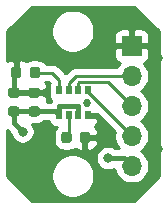
<source format=gbr>
%TF.GenerationSoftware,KiCad,Pcbnew,5.1.7-a382d34a8~87~ubuntu20.04.1*%
%TF.CreationDate,2020-10-01T12:41:17+02:00*%
%TF.ProjectId,reform2-trackball-sensor,7265666f-726d-4322-9d74-7261636b6261,rev?*%
%TF.SameCoordinates,Original*%
%TF.FileFunction,Copper,L1,Top*%
%TF.FilePolarity,Positive*%
%FSLAX46Y46*%
G04 Gerber Fmt 4.6, Leading zero omitted, Abs format (unit mm)*
G04 Created by KiCad (PCBNEW 5.1.7-a382d34a8~87~ubuntu20.04.1) date 2020-10-01 12:41:17*
%MOMM*%
%LPD*%
G01*
G04 APERTURE LIST*
%TA.AperFunction,SMDPad,CuDef*%
%ADD10R,0.500000X0.750000*%
%TD*%
%TA.AperFunction,SMDPad,CuDef*%
%ADD11C,0.690000*%
%TD*%
%TA.AperFunction,ComponentPad*%
%ADD12R,1.700000X1.700000*%
%TD*%
%TA.AperFunction,ComponentPad*%
%ADD13O,1.700000X1.700000*%
%TD*%
%TA.AperFunction,ViaPad*%
%ADD14C,0.800000*%
%TD*%
%TA.AperFunction,Conductor*%
%ADD15C,0.400000*%
%TD*%
%TA.AperFunction,Conductor*%
%ADD16C,0.250000*%
%TD*%
%TA.AperFunction,Conductor*%
%ADD17C,0.254000*%
%TD*%
%TA.AperFunction,Conductor*%
%ADD18C,0.100000*%
%TD*%
G04 APERTURE END LIST*
D10*
X148620000Y-82635000D03*
X149420000Y-82635000D03*
X150220000Y-82635000D03*
X151020000Y-82635000D03*
X151020000Y-80505000D03*
X150220000Y-80505000D03*
X149420000Y-80505000D03*
X148620000Y-80505000D03*
D11*
X150970000Y-81570000D03*
%TA.AperFunction,SMDPad,CuDef*%
G36*
G01*
X146100000Y-79256250D02*
X146100000Y-78743750D01*
G75*
G02*
X146318750Y-78525000I218750J0D01*
G01*
X146756250Y-78525000D01*
G75*
G02*
X146975000Y-78743750I0J-218750D01*
G01*
X146975000Y-79256250D01*
G75*
G02*
X146756250Y-79475000I-218750J0D01*
G01*
X146318750Y-79475000D01*
G75*
G02*
X146100000Y-79256250I0J218750D01*
G01*
G37*
%TD.AperFunction*%
%TA.AperFunction,SMDPad,CuDef*%
G36*
G01*
X144525000Y-79256250D02*
X144525000Y-78743750D01*
G75*
G02*
X144743750Y-78525000I218750J0D01*
G01*
X145181250Y-78525000D01*
G75*
G02*
X145400000Y-78743750I0J-218750D01*
G01*
X145400000Y-79256250D01*
G75*
G02*
X145181250Y-79475000I-218750J0D01*
G01*
X144743750Y-79475000D01*
G75*
G02*
X144525000Y-79256250I0J218750D01*
G01*
G37*
%TD.AperFunction*%
%TA.AperFunction,SMDPad,CuDef*%
G36*
G01*
X150350000Y-84756250D02*
X150350000Y-84243750D01*
G75*
G02*
X150568750Y-84025000I218750J0D01*
G01*
X151006250Y-84025000D01*
G75*
G02*
X151225000Y-84243750I0J-218750D01*
G01*
X151225000Y-84756250D01*
G75*
G02*
X151006250Y-84975000I-218750J0D01*
G01*
X150568750Y-84975000D01*
G75*
G02*
X150350000Y-84756250I0J218750D01*
G01*
G37*
%TD.AperFunction*%
%TA.AperFunction,SMDPad,CuDef*%
G36*
G01*
X148775000Y-84756250D02*
X148775000Y-84243750D01*
G75*
G02*
X148993750Y-84025000I218750J0D01*
G01*
X149431250Y-84025000D01*
G75*
G02*
X149650000Y-84243750I0J-218750D01*
G01*
X149650000Y-84756250D01*
G75*
G02*
X149431250Y-84975000I-218750J0D01*
G01*
X148993750Y-84975000D01*
G75*
G02*
X148775000Y-84756250I0J218750D01*
G01*
G37*
%TD.AperFunction*%
%TA.AperFunction,SMDPad,CuDef*%
G36*
G01*
X145006250Y-81150000D02*
X144493750Y-81150000D01*
G75*
G02*
X144275000Y-80931250I0J218750D01*
G01*
X144275000Y-80493750D01*
G75*
G02*
X144493750Y-80275000I218750J0D01*
G01*
X145006250Y-80275000D01*
G75*
G02*
X145225000Y-80493750I0J-218750D01*
G01*
X145225000Y-80931250D01*
G75*
G02*
X145006250Y-81150000I-218750J0D01*
G01*
G37*
%TD.AperFunction*%
%TA.AperFunction,SMDPad,CuDef*%
G36*
G01*
X145006250Y-82725000D02*
X144493750Y-82725000D01*
G75*
G02*
X144275000Y-82506250I0J218750D01*
G01*
X144275000Y-82068750D01*
G75*
G02*
X144493750Y-81850000I218750J0D01*
G01*
X145006250Y-81850000D01*
G75*
G02*
X145225000Y-82068750I0J-218750D01*
G01*
X145225000Y-82506250D01*
G75*
G02*
X145006250Y-82725000I-218750J0D01*
G01*
G37*
%TD.AperFunction*%
%TA.AperFunction,SMDPad,CuDef*%
G36*
G01*
X146756250Y-81150000D02*
X146243750Y-81150000D01*
G75*
G02*
X146025000Y-80931250I0J218750D01*
G01*
X146025000Y-80493750D01*
G75*
G02*
X146243750Y-80275000I218750J0D01*
G01*
X146756250Y-80275000D01*
G75*
G02*
X146975000Y-80493750I0J-218750D01*
G01*
X146975000Y-80931250D01*
G75*
G02*
X146756250Y-81150000I-218750J0D01*
G01*
G37*
%TD.AperFunction*%
%TA.AperFunction,SMDPad,CuDef*%
G36*
G01*
X146756250Y-82725000D02*
X146243750Y-82725000D01*
G75*
G02*
X146025000Y-82506250I0J218750D01*
G01*
X146025000Y-82068750D01*
G75*
G02*
X146243750Y-81850000I218750J0D01*
G01*
X146756250Y-81850000D01*
G75*
G02*
X146975000Y-82068750I0J-218750D01*
G01*
X146975000Y-82506250D01*
G75*
G02*
X146756250Y-82725000I-218750J0D01*
G01*
G37*
%TD.AperFunction*%
D12*
X154750000Y-76750000D03*
D13*
X154750000Y-79290000D03*
X154750000Y-81830000D03*
X154750000Y-84370000D03*
X154750000Y-86910000D03*
D14*
X147500000Y-80750000D03*
X157000000Y-77750000D03*
X157000000Y-85500000D03*
X144750000Y-85500000D03*
X144750000Y-77750000D03*
X145500000Y-84000000D03*
X152750000Y-86250000D03*
D15*
X144750000Y-80712500D02*
X146500000Y-80712500D01*
X146500000Y-80712500D02*
X147462500Y-80712500D01*
X147462500Y-80712500D02*
X147500000Y-80750000D01*
X144750000Y-79212500D02*
X144962500Y-79000000D01*
X144750000Y-80712500D02*
X144750000Y-79212500D01*
X150220000Y-81860000D02*
X150220000Y-82635000D01*
X150169999Y-81809999D02*
X150220000Y-81860000D01*
X148670001Y-81809999D02*
X150169999Y-81809999D01*
X148620000Y-81860000D02*
X148670001Y-81809999D01*
X148620000Y-82635000D02*
X148620000Y-81860000D01*
X146500000Y-82287500D02*
X148272500Y-82287500D01*
X148272500Y-82287500D02*
X148620000Y-82635000D01*
X146500000Y-82287500D02*
X144750000Y-82287500D01*
X144750000Y-83250000D02*
X145500000Y-84000000D01*
X144750000Y-82287500D02*
X144750000Y-83250000D01*
X154090000Y-86250000D02*
X154750000Y-86910000D01*
X152750000Y-86250000D02*
X154090000Y-86250000D01*
D16*
X149420000Y-84292500D02*
X149420000Y-82635000D01*
X149212500Y-84500000D02*
X149420000Y-84292500D01*
X149420000Y-79880000D02*
X150010000Y-79290000D01*
X150010000Y-79290000D02*
X154750000Y-79290000D01*
X149420000Y-80505000D02*
X149420000Y-79880000D01*
X150295001Y-79804999D02*
X152724999Y-79804999D01*
X152724999Y-79804999D02*
X154750000Y-81830000D01*
X150220000Y-79880000D02*
X150295001Y-79804999D01*
X150220000Y-80505000D02*
X150220000Y-79880000D01*
X151020000Y-80640000D02*
X154750000Y-84370000D01*
X151020000Y-80505000D02*
X151020000Y-80640000D01*
X148620000Y-79620000D02*
X148620000Y-80505000D01*
X146537500Y-79000000D02*
X148000000Y-79000000D01*
X148000000Y-79000000D02*
X148620000Y-79620000D01*
D17*
X157090001Y-75523382D02*
X157090000Y-87726619D01*
X154976620Y-89840000D01*
X146273381Y-89840000D01*
X144160000Y-87726620D01*
X144160000Y-87569268D01*
X147915000Y-87569268D01*
X147915000Y-87930732D01*
X147985518Y-88285250D01*
X148123844Y-88619199D01*
X148324662Y-88919744D01*
X148580256Y-89175338D01*
X148880801Y-89376156D01*
X149214750Y-89514482D01*
X149569268Y-89585000D01*
X149930732Y-89585000D01*
X150285250Y-89514482D01*
X150619199Y-89376156D01*
X150919744Y-89175338D01*
X151175338Y-88919744D01*
X151376156Y-88619199D01*
X151514482Y-88285250D01*
X151585000Y-87930732D01*
X151585000Y-87569268D01*
X151514482Y-87214750D01*
X151376156Y-86880801D01*
X151175338Y-86580256D01*
X150919744Y-86324662D01*
X150619199Y-86123844D01*
X150285250Y-85985518D01*
X149930732Y-85915000D01*
X149569268Y-85915000D01*
X149214750Y-85985518D01*
X148880801Y-86123844D01*
X148580256Y-86324662D01*
X148324662Y-86580256D01*
X148123844Y-86880801D01*
X147985518Y-87214750D01*
X147915000Y-87569268D01*
X144160000Y-87569268D01*
X144160000Y-83845991D01*
X144188574Y-83869441D01*
X144475907Y-84156775D01*
X144504774Y-84301898D01*
X144582795Y-84490256D01*
X144696063Y-84659774D01*
X144840226Y-84803937D01*
X145009744Y-84917205D01*
X145198102Y-84995226D01*
X145398061Y-85035000D01*
X145601939Y-85035000D01*
X145801898Y-84995226D01*
X145990256Y-84917205D01*
X146159774Y-84803937D01*
X146303937Y-84659774D01*
X146417205Y-84490256D01*
X146495226Y-84301898D01*
X146535000Y-84101939D01*
X146535000Y-83898061D01*
X146495226Y-83698102D01*
X146417205Y-83509744D01*
X146319202Y-83363072D01*
X146756250Y-83363072D01*
X146923408Y-83346608D01*
X147084142Y-83297850D01*
X147232275Y-83218671D01*
X147349461Y-83122500D01*
X147743008Y-83122500D01*
X147744188Y-83134482D01*
X147780498Y-83254180D01*
X147839463Y-83364494D01*
X147918815Y-83461185D01*
X148015506Y-83540537D01*
X148125820Y-83599502D01*
X148245518Y-83635812D01*
X148370000Y-83648072D01*
X148379525Y-83648072D01*
X148281329Y-83767725D01*
X148202150Y-83915858D01*
X148153392Y-84076592D01*
X148136928Y-84243750D01*
X148136928Y-84756250D01*
X148153392Y-84923408D01*
X148202150Y-85084142D01*
X148281329Y-85232275D01*
X148387885Y-85362115D01*
X148517725Y-85468671D01*
X148665858Y-85547850D01*
X148826592Y-85596608D01*
X148993750Y-85613072D01*
X149431250Y-85613072D01*
X149598408Y-85596608D01*
X149759142Y-85547850D01*
X149907275Y-85468671D01*
X149928930Y-85450900D01*
X149995506Y-85505537D01*
X150105820Y-85564502D01*
X150225518Y-85600812D01*
X150350000Y-85613072D01*
X150501750Y-85610000D01*
X150660500Y-85451250D01*
X150660500Y-84627000D01*
X150914500Y-84627000D01*
X150914500Y-85451250D01*
X151073250Y-85610000D01*
X151225000Y-85613072D01*
X151349482Y-85600812D01*
X151469180Y-85564502D01*
X151579494Y-85505537D01*
X151676185Y-85426185D01*
X151755537Y-85329494D01*
X151814502Y-85219180D01*
X151850812Y-85099482D01*
X151863072Y-84975000D01*
X151860000Y-84785750D01*
X151701250Y-84627000D01*
X150914500Y-84627000D01*
X150660500Y-84627000D01*
X150640500Y-84627000D01*
X150640500Y-84373000D01*
X150660500Y-84373000D01*
X150660500Y-84353000D01*
X150914500Y-84353000D01*
X150914500Y-84373000D01*
X151701250Y-84373000D01*
X151860000Y-84214250D01*
X151863072Y-84025000D01*
X151850812Y-83900518D01*
X151814502Y-83780820D01*
X151755537Y-83670506D01*
X151676185Y-83573815D01*
X151630046Y-83535950D01*
X151636560Y-83532274D01*
X151731407Y-83450726D01*
X151808522Y-83352242D01*
X151864943Y-83240605D01*
X151898500Y-83120107D01*
X151907904Y-82995377D01*
X151905000Y-82920750D01*
X151746250Y-82762000D01*
X151143000Y-82762000D01*
X151143000Y-82782000D01*
X151108072Y-82782000D01*
X151108072Y-82541735D01*
X151255856Y-82512339D01*
X151266331Y-82508000D01*
X151746250Y-82508000D01*
X151779724Y-82474526D01*
X153308790Y-84003592D01*
X153265000Y-84223740D01*
X153265000Y-84516260D01*
X153322068Y-84803158D01*
X153434010Y-85073411D01*
X153596525Y-85316632D01*
X153694893Y-85415000D01*
X153363285Y-85415000D01*
X153240256Y-85332795D01*
X153051898Y-85254774D01*
X152851939Y-85215000D01*
X152648061Y-85215000D01*
X152448102Y-85254774D01*
X152259744Y-85332795D01*
X152090226Y-85446063D01*
X151946063Y-85590226D01*
X151832795Y-85759744D01*
X151754774Y-85948102D01*
X151715000Y-86148061D01*
X151715000Y-86351939D01*
X151754774Y-86551898D01*
X151832795Y-86740256D01*
X151946063Y-86909774D01*
X152090226Y-87053937D01*
X152259744Y-87167205D01*
X152448102Y-87245226D01*
X152648061Y-87285000D01*
X152851939Y-87285000D01*
X153051898Y-87245226D01*
X153240256Y-87167205D01*
X153281577Y-87139596D01*
X153322068Y-87343158D01*
X153434010Y-87613411D01*
X153596525Y-87856632D01*
X153803368Y-88063475D01*
X154046589Y-88225990D01*
X154316842Y-88337932D01*
X154603740Y-88395000D01*
X154896260Y-88395000D01*
X155183158Y-88337932D01*
X155453411Y-88225990D01*
X155696632Y-88063475D01*
X155903475Y-87856632D01*
X156065990Y-87613411D01*
X156177932Y-87343158D01*
X156235000Y-87056260D01*
X156235000Y-86763740D01*
X156177932Y-86476842D01*
X156065990Y-86206589D01*
X155903475Y-85963368D01*
X155696632Y-85756525D01*
X155522240Y-85640000D01*
X155696632Y-85523475D01*
X155903475Y-85316632D01*
X156065990Y-85073411D01*
X156177932Y-84803158D01*
X156235000Y-84516260D01*
X156235000Y-84223740D01*
X156177932Y-83936842D01*
X156065990Y-83666589D01*
X155903475Y-83423368D01*
X155696632Y-83216525D01*
X155522240Y-83100000D01*
X155696632Y-82983475D01*
X155903475Y-82776632D01*
X156065990Y-82533411D01*
X156177932Y-82263158D01*
X156235000Y-81976260D01*
X156235000Y-81683740D01*
X156177932Y-81396842D01*
X156065990Y-81126589D01*
X155903475Y-80883368D01*
X155696632Y-80676525D01*
X155522240Y-80560000D01*
X155696632Y-80443475D01*
X155903475Y-80236632D01*
X156065990Y-79993411D01*
X156177932Y-79723158D01*
X156235000Y-79436260D01*
X156235000Y-79143740D01*
X156177932Y-78856842D01*
X156065990Y-78586589D01*
X155903475Y-78343368D01*
X155771620Y-78211513D01*
X155844180Y-78189502D01*
X155954494Y-78130537D01*
X156051185Y-78051185D01*
X156130537Y-77954494D01*
X156189502Y-77844180D01*
X156225812Y-77724482D01*
X156238072Y-77600000D01*
X156235000Y-77035750D01*
X156076250Y-76877000D01*
X154877000Y-76877000D01*
X154877000Y-76897000D01*
X154623000Y-76897000D01*
X154623000Y-76877000D01*
X153423750Y-76877000D01*
X153265000Y-77035750D01*
X153261928Y-77600000D01*
X153274188Y-77724482D01*
X153310498Y-77844180D01*
X153369463Y-77954494D01*
X153448815Y-78051185D01*
X153545506Y-78130537D01*
X153655820Y-78189502D01*
X153728380Y-78211513D01*
X153596525Y-78343368D01*
X153471822Y-78530000D01*
X150047322Y-78530000D01*
X150009999Y-78526324D01*
X149972677Y-78530000D01*
X149972667Y-78530000D01*
X149861014Y-78540997D01*
X149717753Y-78584454D01*
X149585723Y-78655026D01*
X149513559Y-78714250D01*
X149469999Y-78749999D01*
X149446200Y-78778998D01*
X149151871Y-79073327D01*
X149131009Y-79056206D01*
X148563803Y-78489002D01*
X148540001Y-78459999D01*
X148424276Y-78365026D01*
X148292247Y-78294454D01*
X148148986Y-78250997D01*
X148037333Y-78240000D01*
X148037322Y-78240000D01*
X148000000Y-78236324D01*
X147962678Y-78240000D01*
X147445918Y-78240000D01*
X147362115Y-78137885D01*
X147232275Y-78031329D01*
X147084142Y-77952150D01*
X146923408Y-77903392D01*
X146756250Y-77886928D01*
X146318750Y-77886928D01*
X146151592Y-77903392D01*
X145990858Y-77952150D01*
X145842725Y-78031329D01*
X145821070Y-78049100D01*
X145754494Y-77994463D01*
X145644180Y-77935498D01*
X145524482Y-77899188D01*
X145400000Y-77886928D01*
X145248250Y-77890000D01*
X145089500Y-78048750D01*
X145089500Y-78873000D01*
X145109500Y-78873000D01*
X145109500Y-79127000D01*
X145089500Y-79127000D01*
X145089500Y-79147000D01*
X144835500Y-79147000D01*
X144835500Y-79127000D01*
X144815500Y-79127000D01*
X144815500Y-78873000D01*
X144835500Y-78873000D01*
X144835500Y-78048750D01*
X144676750Y-77890000D01*
X144525000Y-77886928D01*
X144400518Y-77899188D01*
X144280820Y-77935498D01*
X144170506Y-77994463D01*
X144160000Y-78003085D01*
X144160000Y-75523380D01*
X144364112Y-75319268D01*
X147915000Y-75319268D01*
X147915000Y-75680732D01*
X147985518Y-76035250D01*
X148123844Y-76369199D01*
X148324662Y-76669744D01*
X148580256Y-76925338D01*
X148880801Y-77126156D01*
X149214750Y-77264482D01*
X149569268Y-77335000D01*
X149930732Y-77335000D01*
X150285250Y-77264482D01*
X150619199Y-77126156D01*
X150919744Y-76925338D01*
X151175338Y-76669744D01*
X151376156Y-76369199D01*
X151514482Y-76035250D01*
X151541384Y-75900000D01*
X153261928Y-75900000D01*
X153265000Y-76464250D01*
X153423750Y-76623000D01*
X154623000Y-76623000D01*
X154623000Y-75423750D01*
X154877000Y-75423750D01*
X154877000Y-76623000D01*
X156076250Y-76623000D01*
X156235000Y-76464250D01*
X156238072Y-75900000D01*
X156225812Y-75775518D01*
X156189502Y-75655820D01*
X156130537Y-75545506D01*
X156051185Y-75448815D01*
X155954494Y-75369463D01*
X155844180Y-75310498D01*
X155724482Y-75274188D01*
X155600000Y-75261928D01*
X155035750Y-75265000D01*
X154877000Y-75423750D01*
X154623000Y-75423750D01*
X154464250Y-75265000D01*
X153900000Y-75261928D01*
X153775518Y-75274188D01*
X153655820Y-75310498D01*
X153545506Y-75369463D01*
X153448815Y-75448815D01*
X153369463Y-75545506D01*
X153310498Y-75655820D01*
X153274188Y-75775518D01*
X153261928Y-75900000D01*
X151541384Y-75900000D01*
X151585000Y-75680732D01*
X151585000Y-75319268D01*
X151514482Y-74964750D01*
X151376156Y-74630801D01*
X151175338Y-74330256D01*
X150919744Y-74074662D01*
X150619199Y-73873844D01*
X150285250Y-73735518D01*
X149930732Y-73665000D01*
X149569268Y-73665000D01*
X149214750Y-73735518D01*
X148880801Y-73873844D01*
X148580256Y-74074662D01*
X148324662Y-74330256D01*
X148123844Y-74630801D01*
X147985518Y-74964750D01*
X147915000Y-75319268D01*
X144364112Y-75319268D01*
X146273381Y-73410000D01*
X154976620Y-73410000D01*
X157090001Y-75523382D01*
%TA.AperFunction,Conductor*%
D18*
G36*
X157090001Y-75523382D02*
G01*
X157090000Y-87726619D01*
X154976620Y-89840000D01*
X146273381Y-89840000D01*
X144160000Y-87726620D01*
X144160000Y-87569268D01*
X147915000Y-87569268D01*
X147915000Y-87930732D01*
X147985518Y-88285250D01*
X148123844Y-88619199D01*
X148324662Y-88919744D01*
X148580256Y-89175338D01*
X148880801Y-89376156D01*
X149214750Y-89514482D01*
X149569268Y-89585000D01*
X149930732Y-89585000D01*
X150285250Y-89514482D01*
X150619199Y-89376156D01*
X150919744Y-89175338D01*
X151175338Y-88919744D01*
X151376156Y-88619199D01*
X151514482Y-88285250D01*
X151585000Y-87930732D01*
X151585000Y-87569268D01*
X151514482Y-87214750D01*
X151376156Y-86880801D01*
X151175338Y-86580256D01*
X150919744Y-86324662D01*
X150619199Y-86123844D01*
X150285250Y-85985518D01*
X149930732Y-85915000D01*
X149569268Y-85915000D01*
X149214750Y-85985518D01*
X148880801Y-86123844D01*
X148580256Y-86324662D01*
X148324662Y-86580256D01*
X148123844Y-86880801D01*
X147985518Y-87214750D01*
X147915000Y-87569268D01*
X144160000Y-87569268D01*
X144160000Y-83845991D01*
X144188574Y-83869441D01*
X144475907Y-84156775D01*
X144504774Y-84301898D01*
X144582795Y-84490256D01*
X144696063Y-84659774D01*
X144840226Y-84803937D01*
X145009744Y-84917205D01*
X145198102Y-84995226D01*
X145398061Y-85035000D01*
X145601939Y-85035000D01*
X145801898Y-84995226D01*
X145990256Y-84917205D01*
X146159774Y-84803937D01*
X146303937Y-84659774D01*
X146417205Y-84490256D01*
X146495226Y-84301898D01*
X146535000Y-84101939D01*
X146535000Y-83898061D01*
X146495226Y-83698102D01*
X146417205Y-83509744D01*
X146319202Y-83363072D01*
X146756250Y-83363072D01*
X146923408Y-83346608D01*
X147084142Y-83297850D01*
X147232275Y-83218671D01*
X147349461Y-83122500D01*
X147743008Y-83122500D01*
X147744188Y-83134482D01*
X147780498Y-83254180D01*
X147839463Y-83364494D01*
X147918815Y-83461185D01*
X148015506Y-83540537D01*
X148125820Y-83599502D01*
X148245518Y-83635812D01*
X148370000Y-83648072D01*
X148379525Y-83648072D01*
X148281329Y-83767725D01*
X148202150Y-83915858D01*
X148153392Y-84076592D01*
X148136928Y-84243750D01*
X148136928Y-84756250D01*
X148153392Y-84923408D01*
X148202150Y-85084142D01*
X148281329Y-85232275D01*
X148387885Y-85362115D01*
X148517725Y-85468671D01*
X148665858Y-85547850D01*
X148826592Y-85596608D01*
X148993750Y-85613072D01*
X149431250Y-85613072D01*
X149598408Y-85596608D01*
X149759142Y-85547850D01*
X149907275Y-85468671D01*
X149928930Y-85450900D01*
X149995506Y-85505537D01*
X150105820Y-85564502D01*
X150225518Y-85600812D01*
X150350000Y-85613072D01*
X150501750Y-85610000D01*
X150660500Y-85451250D01*
X150660500Y-84627000D01*
X150914500Y-84627000D01*
X150914500Y-85451250D01*
X151073250Y-85610000D01*
X151225000Y-85613072D01*
X151349482Y-85600812D01*
X151469180Y-85564502D01*
X151579494Y-85505537D01*
X151676185Y-85426185D01*
X151755537Y-85329494D01*
X151814502Y-85219180D01*
X151850812Y-85099482D01*
X151863072Y-84975000D01*
X151860000Y-84785750D01*
X151701250Y-84627000D01*
X150914500Y-84627000D01*
X150660500Y-84627000D01*
X150640500Y-84627000D01*
X150640500Y-84373000D01*
X150660500Y-84373000D01*
X150660500Y-84353000D01*
X150914500Y-84353000D01*
X150914500Y-84373000D01*
X151701250Y-84373000D01*
X151860000Y-84214250D01*
X151863072Y-84025000D01*
X151850812Y-83900518D01*
X151814502Y-83780820D01*
X151755537Y-83670506D01*
X151676185Y-83573815D01*
X151630046Y-83535950D01*
X151636560Y-83532274D01*
X151731407Y-83450726D01*
X151808522Y-83352242D01*
X151864943Y-83240605D01*
X151898500Y-83120107D01*
X151907904Y-82995377D01*
X151905000Y-82920750D01*
X151746250Y-82762000D01*
X151143000Y-82762000D01*
X151143000Y-82782000D01*
X151108072Y-82782000D01*
X151108072Y-82541735D01*
X151255856Y-82512339D01*
X151266331Y-82508000D01*
X151746250Y-82508000D01*
X151779724Y-82474526D01*
X153308790Y-84003592D01*
X153265000Y-84223740D01*
X153265000Y-84516260D01*
X153322068Y-84803158D01*
X153434010Y-85073411D01*
X153596525Y-85316632D01*
X153694893Y-85415000D01*
X153363285Y-85415000D01*
X153240256Y-85332795D01*
X153051898Y-85254774D01*
X152851939Y-85215000D01*
X152648061Y-85215000D01*
X152448102Y-85254774D01*
X152259744Y-85332795D01*
X152090226Y-85446063D01*
X151946063Y-85590226D01*
X151832795Y-85759744D01*
X151754774Y-85948102D01*
X151715000Y-86148061D01*
X151715000Y-86351939D01*
X151754774Y-86551898D01*
X151832795Y-86740256D01*
X151946063Y-86909774D01*
X152090226Y-87053937D01*
X152259744Y-87167205D01*
X152448102Y-87245226D01*
X152648061Y-87285000D01*
X152851939Y-87285000D01*
X153051898Y-87245226D01*
X153240256Y-87167205D01*
X153281577Y-87139596D01*
X153322068Y-87343158D01*
X153434010Y-87613411D01*
X153596525Y-87856632D01*
X153803368Y-88063475D01*
X154046589Y-88225990D01*
X154316842Y-88337932D01*
X154603740Y-88395000D01*
X154896260Y-88395000D01*
X155183158Y-88337932D01*
X155453411Y-88225990D01*
X155696632Y-88063475D01*
X155903475Y-87856632D01*
X156065990Y-87613411D01*
X156177932Y-87343158D01*
X156235000Y-87056260D01*
X156235000Y-86763740D01*
X156177932Y-86476842D01*
X156065990Y-86206589D01*
X155903475Y-85963368D01*
X155696632Y-85756525D01*
X155522240Y-85640000D01*
X155696632Y-85523475D01*
X155903475Y-85316632D01*
X156065990Y-85073411D01*
X156177932Y-84803158D01*
X156235000Y-84516260D01*
X156235000Y-84223740D01*
X156177932Y-83936842D01*
X156065990Y-83666589D01*
X155903475Y-83423368D01*
X155696632Y-83216525D01*
X155522240Y-83100000D01*
X155696632Y-82983475D01*
X155903475Y-82776632D01*
X156065990Y-82533411D01*
X156177932Y-82263158D01*
X156235000Y-81976260D01*
X156235000Y-81683740D01*
X156177932Y-81396842D01*
X156065990Y-81126589D01*
X155903475Y-80883368D01*
X155696632Y-80676525D01*
X155522240Y-80560000D01*
X155696632Y-80443475D01*
X155903475Y-80236632D01*
X156065990Y-79993411D01*
X156177932Y-79723158D01*
X156235000Y-79436260D01*
X156235000Y-79143740D01*
X156177932Y-78856842D01*
X156065990Y-78586589D01*
X155903475Y-78343368D01*
X155771620Y-78211513D01*
X155844180Y-78189502D01*
X155954494Y-78130537D01*
X156051185Y-78051185D01*
X156130537Y-77954494D01*
X156189502Y-77844180D01*
X156225812Y-77724482D01*
X156238072Y-77600000D01*
X156235000Y-77035750D01*
X156076250Y-76877000D01*
X154877000Y-76877000D01*
X154877000Y-76897000D01*
X154623000Y-76897000D01*
X154623000Y-76877000D01*
X153423750Y-76877000D01*
X153265000Y-77035750D01*
X153261928Y-77600000D01*
X153274188Y-77724482D01*
X153310498Y-77844180D01*
X153369463Y-77954494D01*
X153448815Y-78051185D01*
X153545506Y-78130537D01*
X153655820Y-78189502D01*
X153728380Y-78211513D01*
X153596525Y-78343368D01*
X153471822Y-78530000D01*
X150047322Y-78530000D01*
X150009999Y-78526324D01*
X149972677Y-78530000D01*
X149972667Y-78530000D01*
X149861014Y-78540997D01*
X149717753Y-78584454D01*
X149585723Y-78655026D01*
X149513559Y-78714250D01*
X149469999Y-78749999D01*
X149446200Y-78778998D01*
X149151871Y-79073327D01*
X149131009Y-79056206D01*
X148563803Y-78489002D01*
X148540001Y-78459999D01*
X148424276Y-78365026D01*
X148292247Y-78294454D01*
X148148986Y-78250997D01*
X148037333Y-78240000D01*
X148037322Y-78240000D01*
X148000000Y-78236324D01*
X147962678Y-78240000D01*
X147445918Y-78240000D01*
X147362115Y-78137885D01*
X147232275Y-78031329D01*
X147084142Y-77952150D01*
X146923408Y-77903392D01*
X146756250Y-77886928D01*
X146318750Y-77886928D01*
X146151592Y-77903392D01*
X145990858Y-77952150D01*
X145842725Y-78031329D01*
X145821070Y-78049100D01*
X145754494Y-77994463D01*
X145644180Y-77935498D01*
X145524482Y-77899188D01*
X145400000Y-77886928D01*
X145248250Y-77890000D01*
X145089500Y-78048750D01*
X145089500Y-78873000D01*
X145109500Y-78873000D01*
X145109500Y-79127000D01*
X145089500Y-79127000D01*
X145089500Y-79147000D01*
X144835500Y-79147000D01*
X144835500Y-79127000D01*
X144815500Y-79127000D01*
X144815500Y-78873000D01*
X144835500Y-78873000D01*
X144835500Y-78048750D01*
X144676750Y-77890000D01*
X144525000Y-77886928D01*
X144400518Y-77899188D01*
X144280820Y-77935498D01*
X144170506Y-77994463D01*
X144160000Y-78003085D01*
X144160000Y-75523380D01*
X144364112Y-75319268D01*
X147915000Y-75319268D01*
X147915000Y-75680732D01*
X147985518Y-76035250D01*
X148123844Y-76369199D01*
X148324662Y-76669744D01*
X148580256Y-76925338D01*
X148880801Y-77126156D01*
X149214750Y-77264482D01*
X149569268Y-77335000D01*
X149930732Y-77335000D01*
X150285250Y-77264482D01*
X150619199Y-77126156D01*
X150919744Y-76925338D01*
X151175338Y-76669744D01*
X151376156Y-76369199D01*
X151514482Y-76035250D01*
X151541384Y-75900000D01*
X153261928Y-75900000D01*
X153265000Y-76464250D01*
X153423750Y-76623000D01*
X154623000Y-76623000D01*
X154623000Y-75423750D01*
X154877000Y-75423750D01*
X154877000Y-76623000D01*
X156076250Y-76623000D01*
X156235000Y-76464250D01*
X156238072Y-75900000D01*
X156225812Y-75775518D01*
X156189502Y-75655820D01*
X156130537Y-75545506D01*
X156051185Y-75448815D01*
X155954494Y-75369463D01*
X155844180Y-75310498D01*
X155724482Y-75274188D01*
X155600000Y-75261928D01*
X155035750Y-75265000D01*
X154877000Y-75423750D01*
X154623000Y-75423750D01*
X154464250Y-75265000D01*
X153900000Y-75261928D01*
X153775518Y-75274188D01*
X153655820Y-75310498D01*
X153545506Y-75369463D01*
X153448815Y-75448815D01*
X153369463Y-75545506D01*
X153310498Y-75655820D01*
X153274188Y-75775518D01*
X153261928Y-75900000D01*
X151541384Y-75900000D01*
X151585000Y-75680732D01*
X151585000Y-75319268D01*
X151514482Y-74964750D01*
X151376156Y-74630801D01*
X151175338Y-74330256D01*
X150919744Y-74074662D01*
X150619199Y-73873844D01*
X150285250Y-73735518D01*
X149930732Y-73665000D01*
X149569268Y-73665000D01*
X149214750Y-73735518D01*
X148880801Y-73873844D01*
X148580256Y-74074662D01*
X148324662Y-74330256D01*
X148123844Y-74630801D01*
X147985518Y-74964750D01*
X147915000Y-75319268D01*
X144364112Y-75319268D01*
X146273381Y-73410000D01*
X154976620Y-73410000D01*
X157090001Y-75523382D01*
G37*
%TD.AperFunction*%
D17*
X147791129Y-79865931D02*
X147780498Y-79885820D01*
X147744188Y-80005518D01*
X147731928Y-80130000D01*
X147731928Y-80880000D01*
X147744188Y-81004482D01*
X147780498Y-81124180D01*
X147839463Y-81234494D01*
X147918815Y-81331185D01*
X147951669Y-81358147D01*
X147922364Y-81393855D01*
X147891017Y-81452500D01*
X147533329Y-81452500D01*
X147564502Y-81394180D01*
X147600812Y-81274482D01*
X147613072Y-81150000D01*
X147610000Y-80998250D01*
X147451250Y-80839500D01*
X146627000Y-80839500D01*
X146627000Y-80859500D01*
X146373000Y-80859500D01*
X146373000Y-80839500D01*
X144877000Y-80839500D01*
X144877000Y-80859500D01*
X144623000Y-80859500D01*
X144623000Y-80839500D01*
X144603000Y-80839500D01*
X144603000Y-80585500D01*
X144623000Y-80585500D01*
X144623000Y-80565500D01*
X144877000Y-80565500D01*
X144877000Y-80585500D01*
X146373000Y-80585500D01*
X146373000Y-80565500D01*
X146627000Y-80565500D01*
X146627000Y-80585500D01*
X147451250Y-80585500D01*
X147610000Y-80426750D01*
X147613072Y-80275000D01*
X147600812Y-80150518D01*
X147564502Y-80030820D01*
X147505537Y-79920506D01*
X147426185Y-79823815D01*
X147406682Y-79807809D01*
X147445918Y-79760000D01*
X147685198Y-79760000D01*
X147791129Y-79865931D01*
%TA.AperFunction,Conductor*%
D18*
G36*
X147791129Y-79865931D02*
G01*
X147780498Y-79885820D01*
X147744188Y-80005518D01*
X147731928Y-80130000D01*
X147731928Y-80880000D01*
X147744188Y-81004482D01*
X147780498Y-81124180D01*
X147839463Y-81234494D01*
X147918815Y-81331185D01*
X147951669Y-81358147D01*
X147922364Y-81393855D01*
X147891017Y-81452500D01*
X147533329Y-81452500D01*
X147564502Y-81394180D01*
X147600812Y-81274482D01*
X147613072Y-81150000D01*
X147610000Y-80998250D01*
X147451250Y-80839500D01*
X146627000Y-80839500D01*
X146627000Y-80859500D01*
X146373000Y-80859500D01*
X146373000Y-80839500D01*
X144877000Y-80839500D01*
X144877000Y-80859500D01*
X144623000Y-80859500D01*
X144623000Y-80839500D01*
X144603000Y-80839500D01*
X144603000Y-80585500D01*
X144623000Y-80585500D01*
X144623000Y-80565500D01*
X144877000Y-80565500D01*
X144877000Y-80585500D01*
X146373000Y-80585500D01*
X146373000Y-80565500D01*
X146627000Y-80565500D01*
X146627000Y-80585500D01*
X147451250Y-80585500D01*
X147610000Y-80426750D01*
X147613072Y-80275000D01*
X147600812Y-80150518D01*
X147564502Y-80030820D01*
X147505537Y-79920506D01*
X147426185Y-79823815D01*
X147406682Y-79807809D01*
X147445918Y-79760000D01*
X147685198Y-79760000D01*
X147791129Y-79865931D01*
G37*
%TD.AperFunction*%
M02*

</source>
